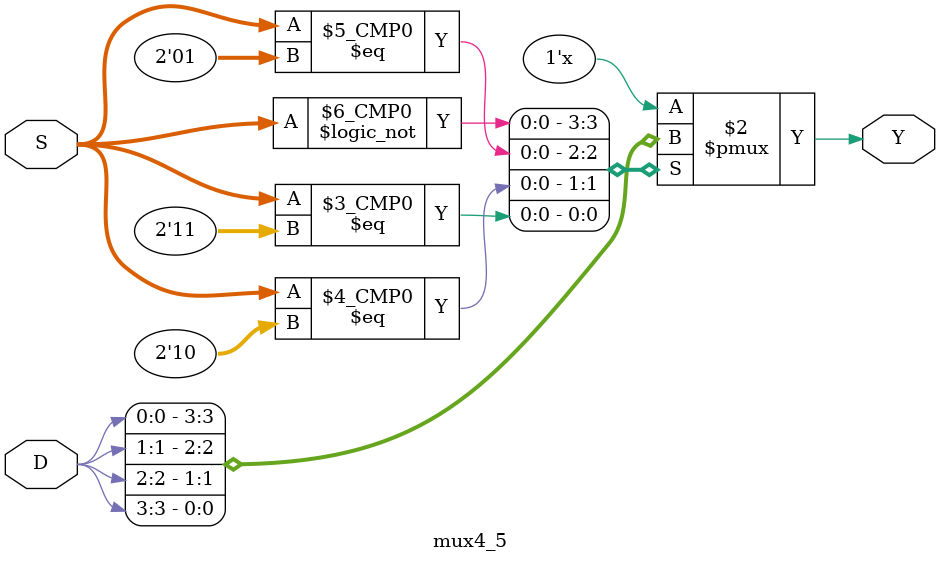
<source format=v>
module mux4_5 (
    S,
    D,
    Y
);
  input [1:0] S;
  input [3:0] D;
  output Y;
  reg Y;
  wire [1:0] S;
  wire [3:0] D;
  always @* begin
    case (S)
      0: Y = D[0];
      1: Y = D[1];
      2: Y = D[2];
      3: Y = D[3];
    endcase
  end
endmodule
</source>
